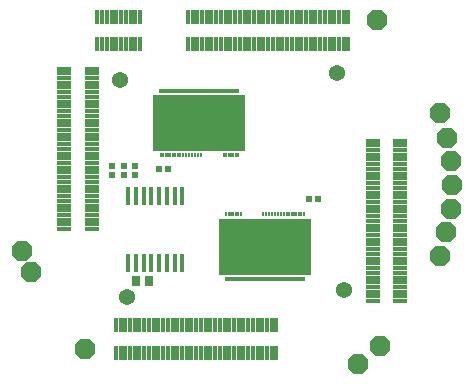
<source format=gbs>
G75*
%MOIN*%
%OFA0B0*%
%FSLAX24Y24*%
%IPPOS*%
%LPD*%
%AMOC8*
5,1,8,0,0,1.08239X$1,22.5*
%
%ADD10C,0.0540*%
%ADD11R,0.0210X0.0210*%
%ADD12OC8,0.0670*%
%ADD13R,0.3080X0.1880*%
%ADD14R,0.0060X0.0120*%
%ADD15R,0.0080X0.0120*%
%ADD16R,0.0177X0.0590*%
%ADD17R,0.0310X0.0340*%
%ADD18R,0.0489X0.0119*%
%ADD19R,0.0119X0.0489*%
D10*
X007650Y007410D03*
X007410Y014650D03*
X014650Y014890D03*
X014890Y007650D03*
D11*
X014005Y010670D03*
X013695Y010670D03*
X009025Y011670D03*
X008715Y011670D03*
X007910Y011785D03*
X007910Y011475D03*
X007530Y011475D03*
X007530Y011785D03*
X007150Y011785D03*
X007150Y011475D03*
D12*
X006260Y005680D03*
X004450Y008250D03*
X004150Y008960D03*
X015350Y005180D03*
X016070Y005790D03*
X018090Y008790D03*
X018290Y009570D03*
X018430Y010350D03*
X018470Y011150D03*
X018430Y011930D03*
X018310Y012710D03*
X018090Y013530D03*
X015990Y016650D03*
D13*
X010050Y013210D03*
X012250Y009090D03*
D14*
X012230Y008010D03*
X012270Y008010D03*
X012310Y008010D03*
X012350Y008010D03*
X012390Y008010D03*
X012430Y008010D03*
X012470Y008010D03*
X012510Y008010D03*
X012550Y008010D03*
X012590Y008010D03*
X012630Y008010D03*
X012670Y008010D03*
X012710Y008010D03*
X012750Y008010D03*
X012790Y008010D03*
X012830Y008010D03*
X012870Y008010D03*
X012910Y008010D03*
X012950Y008010D03*
X012990Y008010D03*
X013030Y008010D03*
X013070Y008010D03*
X013110Y008010D03*
X013150Y008010D03*
X013190Y008010D03*
X013230Y008010D03*
X013270Y008010D03*
X013310Y008010D03*
X013350Y008010D03*
X013390Y008010D03*
X013430Y008010D03*
X013470Y008010D03*
X013510Y008010D03*
X013550Y008010D03*
X012190Y008010D03*
X012150Y008010D03*
X012110Y008010D03*
X012070Y008010D03*
X012030Y008010D03*
X011990Y008010D03*
X011950Y008010D03*
X011910Y008010D03*
X011870Y008010D03*
X011830Y008010D03*
X011790Y008010D03*
X011750Y008010D03*
X011710Y008010D03*
X011670Y008010D03*
X011630Y008010D03*
X011590Y008010D03*
X011550Y008010D03*
X011510Y008010D03*
X011470Y008010D03*
X011430Y008010D03*
X011390Y008010D03*
X011350Y008010D03*
X011310Y008010D03*
X011270Y008010D03*
X011230Y008010D03*
X011190Y008010D03*
X011150Y008010D03*
X011110Y008010D03*
X011070Y008010D03*
X011030Y008010D03*
X010990Y008010D03*
X010950Y008010D03*
X010950Y014290D03*
X010910Y014290D03*
X010870Y014290D03*
X010830Y014290D03*
X010790Y014290D03*
X010750Y014290D03*
X010710Y014290D03*
X010670Y014290D03*
X010630Y014290D03*
X010590Y014290D03*
X010550Y014290D03*
X010510Y014290D03*
X010470Y014290D03*
X010430Y014290D03*
X010390Y014290D03*
X010350Y014290D03*
X010310Y014290D03*
X010270Y014290D03*
X010230Y014290D03*
X010190Y014290D03*
X010150Y014290D03*
X010110Y014290D03*
X010070Y014290D03*
X010030Y014290D03*
X009990Y014290D03*
X009950Y014290D03*
X009910Y014290D03*
X009870Y014290D03*
X009830Y014290D03*
X009790Y014290D03*
X009750Y014290D03*
X009710Y014290D03*
X009670Y014290D03*
X009630Y014290D03*
X009590Y014290D03*
X009550Y014290D03*
X009510Y014290D03*
X009470Y014290D03*
X009430Y014290D03*
X009390Y014290D03*
X009350Y014290D03*
X009310Y014290D03*
X009270Y014290D03*
X009230Y014290D03*
X009190Y014290D03*
X009150Y014290D03*
X009110Y014290D03*
X009070Y014290D03*
X009030Y014290D03*
X008990Y014290D03*
X008950Y014290D03*
X008910Y014290D03*
X008870Y014290D03*
X008830Y014290D03*
X008790Y014290D03*
X008750Y014290D03*
X010990Y014290D03*
X011030Y014290D03*
X011070Y014290D03*
X011110Y014290D03*
X011150Y014290D03*
X011190Y014290D03*
X011230Y014290D03*
X011270Y014290D03*
X011310Y014290D03*
X011350Y014290D03*
D15*
X011350Y012130D03*
X011270Y012130D03*
X011190Y012130D03*
X011110Y012130D03*
X011030Y012130D03*
X010950Y012130D03*
X010870Y012130D03*
X010110Y012130D03*
X010010Y012130D03*
X009910Y012130D03*
X009810Y012130D03*
X009710Y012130D03*
X009610Y012130D03*
X009510Y012130D03*
X009410Y012130D03*
X009330Y012130D03*
X009250Y012130D03*
X009170Y012130D03*
X009090Y012130D03*
X009010Y012130D03*
X008930Y012130D03*
X008850Y012130D03*
X008770Y012130D03*
X010950Y010170D03*
X011030Y010170D03*
X011110Y010170D03*
X011190Y010170D03*
X011270Y010170D03*
X011350Y010170D03*
X011430Y010170D03*
X012190Y010170D03*
X012290Y010170D03*
X012390Y010170D03*
X012490Y010170D03*
X012590Y010170D03*
X012690Y010170D03*
X012790Y010170D03*
X012890Y010170D03*
X012970Y010170D03*
X013050Y010170D03*
X013130Y010170D03*
X013210Y010170D03*
X013290Y010170D03*
X013370Y010170D03*
X013450Y010170D03*
X013530Y010170D03*
D16*
X009485Y010782D03*
X009229Y010782D03*
X008973Y010782D03*
X008717Y010782D03*
X008461Y010782D03*
X008205Y010782D03*
X007949Y010782D03*
X007694Y010782D03*
X007694Y008562D03*
X007949Y008562D03*
X008205Y008562D03*
X008461Y008562D03*
X008717Y008562D03*
X008973Y008562D03*
X009229Y008562D03*
X009485Y008562D03*
D17*
X008380Y007930D03*
X007960Y007930D03*
D18*
X006471Y009673D03*
X006471Y009830D03*
X006471Y009988D03*
X006471Y010145D03*
X006471Y010303D03*
X006471Y010460D03*
X006471Y010618D03*
X006471Y010775D03*
X006471Y010933D03*
X006471Y011090D03*
X006471Y011248D03*
X006471Y011405D03*
X006471Y011563D03*
X006471Y011720D03*
X006471Y011878D03*
X006471Y012035D03*
X006471Y012193D03*
X006471Y012350D03*
X006471Y012507D03*
X006471Y012665D03*
X006471Y012822D03*
X006471Y012980D03*
X006471Y013137D03*
X006471Y013295D03*
X006471Y013452D03*
X006471Y013610D03*
X006471Y013767D03*
X006471Y013925D03*
X006471Y014082D03*
X006471Y014240D03*
X006471Y014397D03*
X006471Y014555D03*
X006471Y014712D03*
X006471Y014870D03*
X006471Y015027D03*
X005549Y015027D03*
X005549Y014870D03*
X005549Y014712D03*
X005549Y014555D03*
X005549Y014397D03*
X005549Y014240D03*
X005549Y014082D03*
X005549Y013925D03*
X005549Y013767D03*
X005549Y013610D03*
X005549Y013452D03*
X005549Y013295D03*
X005549Y013137D03*
X005549Y012980D03*
X005549Y012822D03*
X005549Y012665D03*
X005549Y012507D03*
X005549Y012350D03*
X005549Y012193D03*
X005549Y012035D03*
X005549Y011878D03*
X005549Y011720D03*
X005549Y011563D03*
X005549Y011405D03*
X005549Y011248D03*
X005549Y011090D03*
X005549Y010933D03*
X005549Y010775D03*
X005549Y010618D03*
X005549Y010460D03*
X005549Y010303D03*
X005549Y010145D03*
X005549Y009988D03*
X005549Y009830D03*
X005549Y009673D03*
X015829Y009635D03*
X015829Y009478D03*
X015829Y009320D03*
X015829Y009163D03*
X015829Y009005D03*
X015829Y008848D03*
X015829Y008690D03*
X015829Y008533D03*
X015829Y008375D03*
X015829Y008218D03*
X015829Y008060D03*
X015829Y007903D03*
X015829Y007745D03*
X015829Y007588D03*
X015829Y007430D03*
X015829Y007273D03*
X016751Y007273D03*
X016751Y007430D03*
X016751Y007588D03*
X016751Y007745D03*
X016751Y007903D03*
X016751Y008060D03*
X016751Y008218D03*
X016751Y008375D03*
X016751Y008533D03*
X016751Y008690D03*
X016751Y008848D03*
X016751Y009005D03*
X016751Y009163D03*
X016751Y009320D03*
X016751Y009478D03*
X016751Y009635D03*
X016751Y009793D03*
X016751Y009950D03*
X016751Y010107D03*
X016751Y010265D03*
X016751Y010422D03*
X016751Y010580D03*
X016751Y010737D03*
X016751Y010895D03*
X016751Y011052D03*
X016751Y011210D03*
X016751Y011367D03*
X016751Y011525D03*
X016751Y011682D03*
X016751Y011840D03*
X016751Y011997D03*
X016751Y012155D03*
X016751Y012312D03*
X016751Y012470D03*
X016751Y012627D03*
X015829Y012627D03*
X015829Y012470D03*
X015829Y012312D03*
X015829Y012155D03*
X015829Y011997D03*
X015829Y011840D03*
X015829Y011682D03*
X015829Y011525D03*
X015829Y011367D03*
X015829Y011210D03*
X015829Y011052D03*
X015829Y010895D03*
X015829Y010737D03*
X015829Y010580D03*
X015829Y010422D03*
X015829Y010265D03*
X015829Y010107D03*
X015829Y009950D03*
X015829Y009793D03*
D19*
X012627Y006471D03*
X012470Y006471D03*
X012312Y006471D03*
X012155Y006471D03*
X011997Y006471D03*
X011840Y006471D03*
X011682Y006471D03*
X011525Y006471D03*
X011367Y006471D03*
X011210Y006471D03*
X011052Y006471D03*
X010895Y006471D03*
X010737Y006471D03*
X010580Y006471D03*
X010422Y006471D03*
X010265Y006471D03*
X010107Y006471D03*
X009950Y006471D03*
X009793Y006471D03*
X009635Y006471D03*
X009478Y006471D03*
X009320Y006471D03*
X009163Y006471D03*
X009005Y006471D03*
X008848Y006471D03*
X008690Y006471D03*
X008533Y006471D03*
X008375Y006471D03*
X008218Y006471D03*
X008060Y006471D03*
X007903Y006471D03*
X007745Y006471D03*
X007588Y006471D03*
X007430Y006471D03*
X007273Y006471D03*
X007273Y005549D03*
X007430Y005549D03*
X007588Y005549D03*
X007745Y005549D03*
X007903Y005549D03*
X008060Y005549D03*
X008218Y005549D03*
X008375Y005549D03*
X008533Y005549D03*
X008690Y005549D03*
X008848Y005549D03*
X009005Y005549D03*
X009163Y005549D03*
X009320Y005549D03*
X009478Y005549D03*
X009635Y005549D03*
X009793Y005549D03*
X009950Y005549D03*
X010107Y005549D03*
X010265Y005549D03*
X010422Y005549D03*
X010580Y005549D03*
X010737Y005549D03*
X010895Y005549D03*
X011052Y005549D03*
X011210Y005549D03*
X011367Y005549D03*
X011525Y005549D03*
X011682Y005549D03*
X011840Y005549D03*
X011997Y005549D03*
X012155Y005549D03*
X012312Y005549D03*
X012470Y005549D03*
X012627Y005549D03*
X012665Y015829D03*
X012822Y015829D03*
X012980Y015829D03*
X013137Y015829D03*
X013295Y015829D03*
X013452Y015829D03*
X013610Y015829D03*
X013767Y015829D03*
X013925Y015829D03*
X014082Y015829D03*
X014240Y015829D03*
X014397Y015829D03*
X014555Y015829D03*
X014712Y015829D03*
X014870Y015829D03*
X015027Y015829D03*
X015027Y016751D03*
X014870Y016751D03*
X014712Y016751D03*
X014555Y016751D03*
X014397Y016751D03*
X014240Y016751D03*
X014082Y016751D03*
X013925Y016751D03*
X013767Y016751D03*
X013610Y016751D03*
X013452Y016751D03*
X013295Y016751D03*
X013137Y016751D03*
X012980Y016751D03*
X012822Y016751D03*
X012665Y016751D03*
X012507Y016751D03*
X012350Y016751D03*
X012193Y016751D03*
X012035Y016751D03*
X011878Y016751D03*
X011720Y016751D03*
X011563Y016751D03*
X011405Y016751D03*
X011248Y016751D03*
X011090Y016751D03*
X010933Y016751D03*
X010775Y016751D03*
X010618Y016751D03*
X010460Y016751D03*
X010303Y016751D03*
X010145Y016751D03*
X009988Y016751D03*
X009830Y016751D03*
X009673Y016751D03*
X009673Y015829D03*
X009830Y015829D03*
X009988Y015829D03*
X010145Y015829D03*
X010303Y015829D03*
X010460Y015829D03*
X010618Y015829D03*
X010775Y015829D03*
X010933Y015829D03*
X011090Y015829D03*
X011248Y015829D03*
X011405Y015829D03*
X011563Y015829D03*
X011720Y015829D03*
X011878Y015829D03*
X012035Y015829D03*
X012193Y015829D03*
X012350Y015829D03*
X012507Y015829D03*
X008079Y015829D03*
X007921Y015829D03*
X007764Y015829D03*
X007606Y015829D03*
X007449Y015829D03*
X007291Y015829D03*
X007134Y015829D03*
X006976Y015829D03*
X006819Y015829D03*
X006661Y015829D03*
X006661Y016751D03*
X006819Y016751D03*
X006976Y016751D03*
X007134Y016751D03*
X007291Y016751D03*
X007449Y016751D03*
X007606Y016751D03*
X007764Y016751D03*
X007921Y016751D03*
X008079Y016751D03*
M02*

</source>
